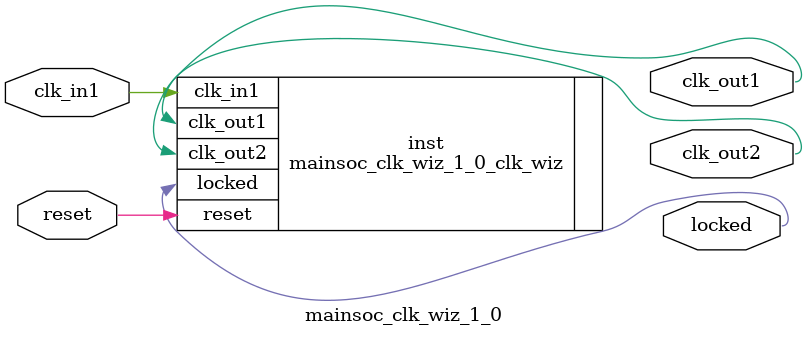
<source format=v>


`timescale 1ps/1ps

(* CORE_GENERATION_INFO = "mainsoc_clk_wiz_1_0,clk_wiz_v5_4_3_0,{component_name=mainsoc_clk_wiz_1_0,use_phase_alignment=true,use_min_o_jitter=false,use_max_i_jitter=false,use_dyn_phase_shift=false,use_inclk_switchover=false,use_dyn_reconfig=false,enable_axi=0,feedback_source=FDBK_AUTO,PRIMITIVE=MMCM,num_out_clk=2,clkin1_period=10.000,clkin2_period=10.000,use_power_down=false,use_reset=true,use_locked=true,use_inclk_stopped=false,feedback_type=SINGLE,CLOCK_MGR_TYPE=NA,manual_override=false}" *)

module mainsoc_clk_wiz_1_0 
 (
  // Clock out ports
  output        clk_out1,
  output        clk_out2,
  // Status and control signals
  input         reset,
  output        locked,
 // Clock in ports
  input         clk_in1
 );

  mainsoc_clk_wiz_1_0_clk_wiz inst
  (
  // Clock out ports  
  .clk_out1(clk_out1),
  .clk_out2(clk_out2),
  // Status and control signals               
  .reset(reset), 
  .locked(locked),
 // Clock in ports
  .clk_in1(clk_in1)
  );

endmodule

</source>
